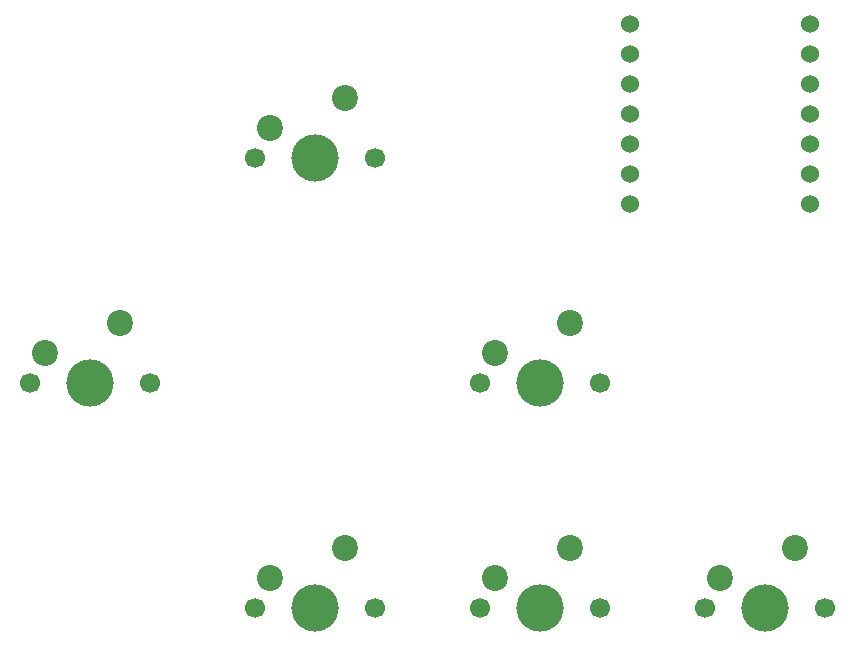
<source format=gbr>
%TF.GenerationSoftware,KiCad,Pcbnew,8.0.5*%
%TF.CreationDate,2025-02-18T21:33:55-07:00*%
%TF.ProjectId,nespad,6e657370-6164-42e6-9b69-6361645f7063,rev?*%
%TF.SameCoordinates,Original*%
%TF.FileFunction,Soldermask,Top*%
%TF.FilePolarity,Negative*%
%FSLAX46Y46*%
G04 Gerber Fmt 4.6, Leading zero omitted, Abs format (unit mm)*
G04 Created by KiCad (PCBNEW 8.0.5) date 2025-02-18 21:33:55*
%MOMM*%
%LPD*%
G01*
G04 APERTURE LIST*
%ADD10C,1.700000*%
%ADD11C,4.000000*%
%ADD12C,2.200000*%
%ADD13C,1.524000*%
G04 APERTURE END LIST*
D10*
%TO.C,SW4*%
X131110000Y-99210000D03*
D11*
X136190000Y-99210000D03*
D10*
X141270000Y-99210000D03*
D12*
X138730000Y-94130000D03*
X132380000Y-96670000D03*
%TD*%
D10*
%TO.C,SW2*%
X112060000Y-118260000D03*
D11*
X117140000Y-118260000D03*
D10*
X122220000Y-118260000D03*
D12*
X119680000Y-113180000D03*
X113330000Y-115720000D03*
%TD*%
D10*
%TO.C,SW1*%
X112060000Y-80160000D03*
D11*
X117140000Y-80160000D03*
D10*
X122220000Y-80160000D03*
D12*
X119680000Y-75080000D03*
X113330000Y-77620000D03*
%TD*%
D10*
%TO.C,SW5*%
X131110000Y-118260000D03*
D11*
X136190000Y-118260000D03*
D10*
X141270000Y-118260000D03*
D12*
X138730000Y-113180000D03*
X132380000Y-115720000D03*
%TD*%
D10*
%TO.C,SW6*%
X150160000Y-118260000D03*
D11*
X155240000Y-118260000D03*
D10*
X160320000Y-118260000D03*
D12*
X157780000Y-113180000D03*
X151430000Y-115720000D03*
%TD*%
D10*
%TO.C,SW3*%
X93010000Y-99210000D03*
D11*
X98090000Y-99210000D03*
D10*
X103170000Y-99210000D03*
D12*
X100630000Y-94130000D03*
X94280000Y-96670000D03*
%TD*%
D13*
%TO.C,U1*%
X159035000Y-68858500D03*
X159035000Y-71398500D03*
X159035000Y-73938500D03*
X159035000Y-76478500D03*
X159035000Y-79018500D03*
X159035000Y-81558500D03*
X159035000Y-84098500D03*
X143795000Y-84098500D03*
X143795000Y-81558500D03*
X143795000Y-79018500D03*
X143795000Y-76478500D03*
X143795000Y-73938500D03*
X143795000Y-71398500D03*
X143795000Y-68858500D03*
%TD*%
M02*

</source>
